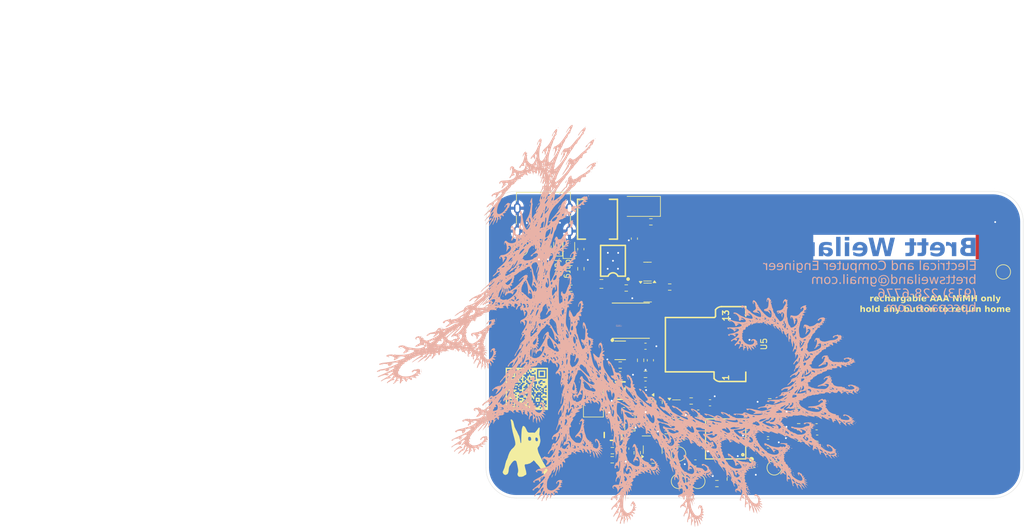
<source format=kicad_pcb>
(kicad_pcb (version 20241229) (generator "pcbnew") (generator_version "9.0")
  (layers (0 "F.Cu" signal) (2 "B.Cu" signal) (13 "F.Paste" user) (15 "B.Paste" user) (5 "F.SilkS" user "F.Silkscreen") (7 "B.SilkS" user "B.Silkscreen") (1 "F.Mask" user) (3 "B.Mask" user) (25 "Edge.Cuts" user))
  (net 0 "")
  (net 1 "GND")
  (net 2 "+3V0")
  (net 3 "Net-(U4-VBAT)")
  (net 4 "Net-(C13-Pad1)")
  (net 5 "Net-(C14-Pad1)")
  (net 6 "Net-(C15-Pad1)")
  (net 7 "Net-(C16-Pad1)")
  (net 8 "Net-(C17-Pad1)")
  (net 9 "Net-(C18-Pad1)")
  (net 10 "bat_3v")
  (net 11 "in_button_a")
  (net 12 "Net-(U4-BOOT0)")
  (net 13 "in_button_b")
  (net 14 "in_button_down")
  (net 15 "in_button_left")
  (net 16 "in_button_right")
  (net 17 "in_button_up")
  (net 18 "spi1_sck")
  (net 19 "Net-(J1-CC1)")
  (net 20 "spi1_mosi")
  (net 21 "bat output")
  (net 22 "Net-(J1-CC2)")
  (net 23 "power_info")
  (net 30 "Net-(Q1-G)")
  (net 31 "lcd_reset")
  (net 37 "Net-(U1-SW)")
  (net 43 "Net-(R10-Pad1)")
  (net 47 "spi1_miso")
  (net 51 "lcd_dataselect")
  (net 53 "lcd_cs")
  (net 57 "Net-(U4-NRST)")
  (net 58 "Net-(U4-PA14)")
  (net 59 "Net-(U4-PA13)")
  (net 60 "backlight_fet")
  (net 61 "Net-(U1-CT)")
  (net 62 "usb vbus")
  (net 63 "Net-(U7-CT)")
  (net 64 "Net-(U6-EN)")
  (net 65 "Net-(U3-VIN)")
  (net 66 "Net-(D1-A)")
  (net 67 "Net-(D2-K)")
  (net 68 "Net-(D3-K)")
  (net 69 "Net-(U6-SW)")
  (net 70 "Net-(Q1-D)")
  (net 71 "Net-(U1-~{DONE})")
  (net 72 "Net-(U1-~{CHRG})")
  (net 73 "Net-(U6-FB)")
  (net 74 "Net-(U9-FB)")
  (net 77 "Net-(U2-VOUT)")
  (net 79 "Net-(Q2-G)")
  (net 80 "Net-(Q3-D)")
  (net 81 "Net-(Q3-G)")
  (net 82 "Net-(D1-K)")
  (net 83 "Net-(D4-K)")
  (net 84 "Net-(D5-K)")
  (net 85 "Net-(Q2-S)")
  (footprint "LOGO" (layer "F.Cu") (at 139.330529 124.060137)
    (property "Reference" "G***" (hide yes))
    (property "Value" "LOGO")
  )
  (footprint "LOGO" (layer "F.Cu") (at 139.323566 114.247871)
    (property "Reference" "G***" (hide yes))
    (property "Value" "LOGO")
  )
  (footprint "Capacitor_SMD:C_0603_1608Metric" (layer "F.Cu") (at 187.369442 122.41021)
    (property "Reference" "C14" (hide yes))
    (property "Value" "2.2uF")
  )
  (footprint "Capacitor_SMD:C_0603_1608Metric" (layer "F.Cu") (at 167.683966 118.260712 180)
    (property "Reference" "C4" (hide yes))
    (property "Value" "100nF")
  )
  (footprint "Capacitor_SMD:C_0603_1608Metric" (layer "F.Cu") (at 158.96318 107.195974)
    (property "Reference" "C25" (hide yes))
    (property "Value" "10uF")
  )
  (footprint "indigos_imports:SW-SMD_4P-L6.0-W6.0-P4.50-LS8.6" (layer "F.Cu") (at 206.951133 106.915534)
    (property "Reference" "b_up1" (hide yes))
    (property "Value" "TSD003A04126A02")
  )
  (footprint "Capacitor_SMD:C_0603_1608Metric" (layer "F.Cu") (at 187.273159 120.535261)
    (property "Reference" "C16" (hide yes))
    (property "Value" "2.2uF")
  )
  (footprint "Package_TO_SOT_SMD:SOT-23" (layer "F.Cu") (at 164.07862 117.636961)
    (property "Reference" "Q1" (hide yes))
    (property "Value" "AO3400A")
  )
  (footprint "Capacitor_SMD:C_0603_1608Metric" (layer "F.Cu") (at 159.771321 109.516969 -90)
    (property "Reference" "C22" (hide yes))
    (property "Value" "10uF")
  )
  (footprint "indigos_imports:IND-SMD_L5.8-W5.2" (layer "F.Cu") (at 156.594572 102.96059)
    (property "Reference" "L2" (hide yes))
    (property "Value" "4.7uH")
  )
  (footprint "Resistor_SMD:R_0603_1608Metric" (layer "F.Cu") (at 148.272523 94.368316 -90)
    (property "Reference" "R14" (hide yes))
    (property "Value" "1k")
  )
  (footprint "Resistor_SMD:R_0603_1608Metric" (layer "F.Cu") (at 161.212267 116.458573 90)
    (property "Reference" "R24" (hide yes))
    (property "Value" "0")
  )
  (footprint "Capacitor_SMD:C_0603_1608Metric" (layer "F.Cu") (at 148.265612 91.113172 -90)
    (property "Reference" "C9" (hide yes))
    (property "Value" "22uF")
  )
  (footprint "Resistor_SMD:R_0603_1608Metric" (layer "F.Cu") (at 160.216538 127.09679 180)
    (property "Reference" "R21" (hide yes))
    (property "Value" "10k")
  )
  (footprint "indigos_imports:IND-SMD_L7.2-W6.6_GPSR07X0" (layer "F.Cu") (at 151.018909 86.157494 90)
    (property "Reference" "L1" (hide yes))
    (property "Value" "15uH")
  )
  (footprint "TestPoint:TestPoint_Pad_D2.0mm" (layer "F.Cu") (at 164.428408 125.040799)
    (property "Reference" "SWDIO1" (hide yes))
    (property "Value" "SWDIO")
  )
  (footprint "TestPoint:TestPoint_Pad_D2.0mm" (layer "F.Cu") (at 164.428408 129.563379)
    (property "Reference" "TP3" (hide yes))
    (property "Value" "tp_3v")
  )
  (footprint "Capacitor_SMD:C_0805_2012Metric" (layer "F.Cu") (at 151.668124 96.870191)
    (property "Reference" "C7" (hide yes))
    (property "Value" "270nF")
  )
  (footprint "Resistor_SMD:R_0603_1608Metric" (layer "F.Cu") (at 175.199351 129.94045)
    (property "Reference" "R10" (hide yes))
    (property "Value" "0")
  )
  (footprint "Resistor_SMD:R_0603_1608Metric" (layer "F.Cu") (at 158.96318 111.847959)
    (property "Reference" "R17" (hide yes))
    (property "Value" "100k 1%")
  )
  (footprint "Capacitor_SMD:C_0603_1608Metric" (layer "F.Cu") (at 176.937472 126.786884)
    (property "Reference" "C12" (hide yes))
    (property "Value" "100nF")
  )
  (footprint "Diode_SMD:D_SOD-323" (layer "F.Cu") (at 156.386756 119.6205 90)
    (property "Reference" "D5" (hide yes))
    (property "Value" "1N4148")
  )
  (footprint "Diode_SMD:D_SMA" (layer "F.Cu") (at 150.343692 115.402201 90)
    (property "Reference" "D4" (hide yes))
    (property "Value" "D_Schottky")
  )
  (footprint "easyeda2kicad:OLED-SMD_ST7735S" (layer "F.Cu") (at 177.014466 106.835534 -90)
    (property "Reference" "U5")
    (property "Value" "N096-1608TBBIG11-H13")
  )
  (footprint "Capacitor_SMD:C_0603_1608Metric" (layer "F.Cu") (at 179.242267 124.57869)
    (property "Reference" "C11" (hide yes))
    (property "Value" ".1uF")
  )
  (footprint "Resistor_SMD:R_0603_1608Metric" (layer "F.Cu") (at 170.781612 129.942382 180)
    (property "Reference" "R11" (hide yes))
    (property "Value" "0")
  )
  (footprint "TestPoint:TestPoint_Pad_D2.0mm" (layer "F.Cu") (at 138.326311 91.051939)
    (property "Reference" "TP2" (hide yes))
    (property "Value" "tp_usb")
  )
  (footprint "Package_TO_SOT_SMD:SOT-363_SC-70-6" (layer "F.Cu") (at 159.105852 120.888248)
    (property "Reference" "U3" (hide yes))
    (property "Value" "LM66100DCK")
  )
  (footprint "Resistor_SMD:R_0603_1608Metric" (layer "F.Cu") (at 142.831133 90.805534 -90)
    (property "Reference" "R2" (hide yes))
    (property "Value" "5.1k")
  )
  (footprint "Resistor_SMD:R_0603_1608Metric" (layer "F.Cu") (at 155.776572 97.546454 180)
    (property "Reference" "R3" (hide yes))
    (property "Value" "1k")
  )
  (footprint "Resistor_SMD:R_0603_1608Metric" (layer "F.Cu") (at 146.594655 97.587083)
    (property "Reference" "R15" (hide yes))
    (property "Value" "1k")
  )
  (footprint "Capacitor_SMD:C_0603_1608Metric" (layer "F.Cu") (at 182.485179 116.39855)
    (property "Reference" "C13" (hide yes))
    (property "Value" "2.2uF")
  )
  (footprint "Capacitor_SMD:C_0603_1608Metric" (layer "F.Cu") (at 158.96318 113.473015)
    (property "Reference" "C10" (hide yes))
    (property "Value" "1uF")
  )
  (footprint "Resistor_SMD:R_0603_1608Metric" (layer "F.Cu") (at 159.85303 86.593369)
    (property "Reference" "R22" (hide yes))
    (property "Value" "0")
  )
  (footprint "Resistor_SMD:R_0603_1608Metric" (layer "F.Cu") (at 153.482133 124.486382 180)
    (property "Reference" "R18" (hide yes))
    (property "Value" "400k 1%")
  )
  (footprint "Resistor_SMD:R_0603_1608Metric" (layer "F.Cu") (at 158.15504 109.516969 -90)
    (property "Reference" "R16" (hide yes))
    (property "Value" "500k 1%")
  )
  (footprint "Capacitor_SMD:C_0603_1608Metric" (layer "F.Cu") (at 179.242267 121.65869 180)
    (property "Reference" "C8" (hide yes))
    (property "Value" "2.2uF")
  )
  (footprint "Resistor_SMD:R_0603_1608Metric" (layer "F.Cu") (at 184.313159 120.535261)
    (property "Reference" "R9" (hide yes))
    (property "Value" "1k")
  )
  (footprint "Resistor_SMD:R_0603_1608Metric" (layer "F.Cu") (at 162.384017 122.220255)
    (property "Reference" "R13" (hide yes))
    (property "Value" "1k")
  )
  (footprint "Capacitor_SMD:C_0603_1608Metric" (layer "F.Cu") (at 187.257004 118.016635)
    (property "Reference" "C15" (hide yes))
    (property "Value" "2.2uF")
  )
  (footprint "indigos_imports:BAT-SMD_BH-AAA-B5BA021" (layer "F.Cu") (at 188.957776 90.14015)
    (property "Reference" "BT1" (hide yes))
    (property "Value" "NiMH AAA cell")
  )
  (footprint "Package_TO_SOT_SMD:SOT-23" (layer "F.Cu") (at 160.158406 124.320845 90)
    (property "Reference" "Q2" (hide yes))
    (property "Value" "AO3400A")
  )
  (footprint "indigos_imports:SW-SMD_4P-L6.0-W6.0-P4.50-LS8.6" (layer "F.Cu") (at 214.951133 115.382201)
    (property "Reference" "b_left1" (hide yes))
    (property "Value" "TSD003A04126A02")
  )
  (footprint "Capacitor_SMD:C_0603_1608Metric" (layer "F.Cu") (at 179.242267 123.11869)
    (property "Reference" "C5" (hide yes))
    (property "Value" "100nF")
  )
  (footprint "indigos_imports:SW-SMD_4P-L6.0-W6.0-P4.50-LS8.6" (layer "F.Cu") (at 198.951133 115.382201)
    (property "Reference" "b_right1" (hide yes))
    (property "Value" "TSD003A04126A02")
  )
  (footprint "Resistor_SMD:R_0603_1608Metric" (layer "F.Cu") (at 162.514189 120.59644)
    (property "Reference" "R12" (hide yes))
    (property "Value" "1k")
  )
  (footprint "Capacitor_SMD:C_0603_1608Metric" (layer "F.Cu") (at 165.536789 120.488899)
    (property "Reference" "C17" (hide yes))
    (property "Value" "2.2uF")
  )
  (footprint "Resistor_SMD:R_0603_1608Metric" (layer "F.Cu") (at 184.409442 122.41021)
    (property "Reference" "R6" (hide yes))
    (property "Value" "1k")
  )
  (footprint "Capacitor_SMD:C_0603_1608Metric" (layer "F.Cu") (at 154.779818 111.915048)
    (property "Reference" "C19" (hide yes))
    (property "Value" "1nF")
  )
  (footprint "Package_TO_SOT_SMD:SOT-23" (layer "F.Cu") (at 159.316651 98.296136)
    (property "Reference" "Q3" (hide yes))
    (property "Value" "AO3400A")
  )
  (footprint "indigos_kicad_lib:SAMESKY_UJC-H-G-SMT-2-P6-TR" (layer "F.Cu") (at 142.074466 84.33 180)
    (property "Reference" "J1" (hide yes))
    (property "Value" "USB_C_Receptacle_PowerOnly_6P")
  )
  (footprint "LED_SMD:LED_0805_2012Metric" (layer "F.Cu") (at 146.287603 90.977781 90)
    (property "Reference" "D2" (hide yes))
    (property "Value" "purple")
  )
  (footprint "Resistor_SMD:R_0603_1608Metric" (layer "F.Cu") (at 184.297004 118.016635)
    (property "Reference" "R7" (hide yes))
    (property "Value" "1k")
  )
  (footprint "TestPoint:TestPoint_Pad_D2.0mm" (layer "F.Cu") (at 180.271664 127.32707)
    (property "Reference" "tst_nrst1" (hide yes))
    (property "Value" "tst_nrst")
  )
  (footprint "indigos_imports:SOT-23-6_L2.9-W1.6-P0.95-LS2.8-BL" (layer "F.Cu") (at 154.779818 107.869279 -90)
    (property "Reference" "U6" (hide yes))
    (property "Value" "TLV61220DBVR-TP")
  )
  (footprint "TestPoint:TestPoint_Pad_D2.0mm" (layer "F.Cu") (at 218.169305 94.883903)
    (property "Reference" "TestPoint_gnd1" (hide yes))
    (property "Value" "tp_gnd")
  )
  (footprint "Capacitor_SMD:C_0603_1608Metric" (layer "F.Cu") (at 169.639228 116.560375)
    (property "Reference" "C2" (hide yes))
    (property "Value" "10uF")
  )
  (footprint "Package_TO_SOT_SMD:SOT-23" (layer "F.Cu") (at 159.291735 94.831538 180)
    (property "Reference" "Q4" (hide yes))
    (property "Value" "AO3401A")
  )
  (footprint "Resistor_SMD:R_0603_1608Metric" (layer "F.Cu") (at 162.97167 97.394465 180)
    (property "Reference" "R25" (hide yes))
    (property "Value" "10k")
  )
  (footprint "Capacitor_SMD:C_0603_1608Metric" (layer "F.Cu") (at 165.344017 122.220255)
    (property "Reference" "C18" (hide yes))
    (property "Value" "2.2uF")
  )
  (footprint "easyeda2kicad:LQFP-48_L7.0-W7.0-P0.50-LS9.0-BL" (layer "F.Cu") (at 172.241495 122.541194 90)
    (property "Reference" "U4" (hide yes))
    (property "Value" "STM32F103C8T6")
  )
  (footprint "Capacitor_SMD:C_0603_1608Metric" (layer "F.Cu") (at 155.382149 116.82816)
    (property "Reference" "C20" (hide yes))
    (property "Value" "1uF")
  )
  (footprint "Resistor_SMD:R_0603_1608Metric" (layer "F.Cu") (at 158.992759 118.711221)
    (property "Reference" "R4" (hide yes))
    (property "Value" "10k")
  )
  (footprint "indigos_imports:SW-SMD_4P-L6.0-W6.0-P4.50-LS8.6" (layer "F.Cu") (at 148.607799 123.848868 90)
    (property "Reference" "b_b1" (hide yes))
    (property "Value" "TSD003A04126A02")
  )
  (footprint "indigos_imports:SW-SMD_4P-L6.0-W6.0-P4.50-LS8.6" (layer "F.Cu") (at 206.951133 123.848868 180)
    (property "Reference" "b_down1" (hide yes))
    (property "Value" "TSD003A04126A02")
  )
  (footprint "LED_SMD:LED_0603_1608Metric" (layer "F.Cu") (at 144.507305 90.773635 90)
    (property "Reference" "D3" (hide yes))
    (property "Value" "amber")
  )
  (footprint "Resistor_SMD:R_0603_1608Metric" (layer "F.Cu") (at 154.779818 110.310463)
    (property "Reference" "R20" (hide yes))
    (property "Value" "10k")
  )
  (footprint "indigos_imports:SOT-23-5_L2.9-W1.6-P0.95-LS2.8-BR" (layer "F.Cu") (at 153.526567 121.894558 90)
    (property "Reference" "U9" (hide yes))
    (property "Value" "CJ6300BM")
  )
  (footprint "indigos_imports:ESOP-8_L4.9-W3.9-P1.27-LS6.0-BL-EP" (layer "F.Cu") (at 153.583169 93.042776 90)
    (property "Reference" "U1" (hide yes))
    (property "Value" "CN3600")
  )
  (footprint "Resistor_SMD:R_0603_1608Metric" (layer "F.Cu") (at 166.520504 116.264585 180)
    (property "Reference" "R26" (hide yes))
    (property "Value" "1k")
  )
  (footprint "Capacitor_SMD:C_0603_1608Metric" (layer "F.Cu") (at 157.124998 89.369361 -90)
    (property "Reference" "C1" (hide yes))
    (property "Value" "22uF")
  )
  (footprint "Resistor_SMD:R_0603_1608Metric" (layer "F.Cu") (at 179.525179 116.39855)
    (property "Reference" "R5" (hide yes))
    (property "Value" "1k")
  )
  (footprint "Resistor_SMD:R_0603_1608Metric" (layer "F.Cu") (at 157.597011 124.839185 -90)
    (property "Reference" "R23" (hide yes))
    (property "Value" "1k")
  )
  (footprint "Package_TO_SOT_SMD:SOT-363_SC-70-6" (layer "F.Cu") (at 158.92568 116.326388 -90)
    (property "Reference" "U2" (hide yes))
    (property "Value" "LM66100DCK")
  )
  (footprint "Diode_SMD:D_SMA" (layer "F.Cu") (at 157.92158 84.03631 180)
    (property "Reference" "D1" (hide yes))
    (property "Value" "D_Schottky")
  )
  (footprint "TestPoint:TestPoint_Pad_D2.0mm" (layer "F.Cu") (at 167.611415 129.563379)
    (property "Reference" "SWCLK1" (hide yes))
    (property "Value" "SWCLK")
  )
  (footprint "Resistor_SMD:R_0603_1608Metric" (layer "F.Cu") (at 172.991495 129.189551 -90)
    (property "Reference" "R8" (hide yes))
    (property "Value" "10k")
  )
  (footprint "Capacitor_SMD:C_0603_1608Metric" (layer "F.Cu") (at 175.199341 128.485724)
    (property "Reference" "C6" (hide yes))
    (property "Value" "100nF")
  )
  (footprint "Capacitor_SMD:C_0603_1608Metric" (layer "F.Cu") (at 155.695101 124.148307 -90)
    (property "Reference" "C24" (hide yes))
    (property "Value" "1uF")
  )
  (footprint "Capacitor_SMD:C_0603_1608Metric" (layer "F.Cu") (at 153.906287 119.188736 180)
    (property "Reference" "C21" (hide yes))
    (property "Value" "1uF")
  )
  (footprint "indigos_imports:SW-SMD_4P-L6.0-W6.0-P4.50-LS8.6" (layer "F.Cu") (at 148.607799 106.915534 90)
    (property "Reference" "b_a1" (hide yes))
    (property "Value" "TSD003A04126A02")
  )
  (footprint "Capacitor_SMD:C_0603_1608Metric" (layer "F.Cu") (at 167.216495 126.525753 180)
    (property "Reference" "C3" (hide yes))
    (property "Value" "100nF")
  )
  (footprint "Resistor_SMD:R_0603_1608Metric" (layer "F.Cu") (at 153.45425 125.997645)
    (property "Reference" "R19" (hide yes))
    (property "Value" "100k 1%")
  )
  (footprint "indigos_imports:SSOP-5_L2.9-W1.6-P0.95-LS2.8-TL" (layer "F.Cu") (at 154.779818 114.539341)
    (property "Reference" "U7" (hide yes))
    (property "Value" "BU4210G-TR")
  )
  (footprint "Resistor_SMD:R_0603_1608Metric" (layer "F.Cu") (at 141.331133 90.805534 -90)
    (property "Reference" "R1" (hide yes))
    (property "Value" "5.1k")
  )
  (footprint "LOGO" (layer "B.Cu") (at 154.509245 103.675705 180)
    (property "Reference" "G***" (hide yes))
    (property "Value" "LOGO")
  )
  (gr_line (start 137.564466 132.335534) (end 216.464466 132.335534) (stroke (width 0.05)) (layer "Edge.Cuts"))
  (gr_arc (start 137.564466 132.335534) (mid 134.028942 130.871058) (end 132.564466 127.335534) (stroke (width 0.05)) (layer "Edge.Cuts"))
  (gr_line (start 132.564466 86.535534) (end 132.564466 127.335534) (stroke (width 0.05)) (layer "Edge.Cuts"))
  (gr_arc (start 216.464466 81.535534) (mid 220.00001 82.99999) (end 221.464466 86.535534) (stroke (width 0.05)) (layer "Edge.Cuts"))
  (gr_line (start 221.464466 127.335534) (end 221.464466 86.535534) (stroke (width 0.05)) (layer "Edge.Cuts"))
  (gr_line (start 216.464466 81.535534) (end 137.564466 81.535534) (stroke (width 0.05)) (layer "Edge.Cuts"))
  (gr_arc (start 132.564466 86.535534) (mid 134.028918 82.999966) (end 137.564466 81.535534) (stroke (width 0.05)) (layer "Edge.Cuts"))
  (gr_arc (start 221.464466 127.335534) (mid 219.999986 130.871034) (end 216.464466 132.335534) (stroke (width 0.05)) (layer "Edge.Cuts"))
  (gr_text "Brett Weiland" (at 213.949245 89.270705 -0) (layer "B.Cu") (effects (font (size 3 3) (thickness 0.2) (bold yes)) (justify left top mirror)))
  (gr_text "chrg" (at 146.287603 92.657781 270) (layer "F.SilkS") (effects (font (size 1 1) (thickness 0.125)) (justify left)))
  (gr_text "hold any button to return home" (at 206.901179 101.684121 0) (layer "F.SilkS") (effects (font (size 1 1) (thickness 0.25) (bold yes)) (justify bottom)))
  (gr_text "rechargable AAA NiMH only" (at 206.901179 99.92469 0) (layer "F.SilkS") (effects (font (size 1 1) (thickness 0.25) (bold yes)) (justify bottom)))
  (gr_text "full" (at 144.437396 92.662781 270) (layer "F.SilkS") (effects (font (size 1 1) (thickness 0.125)) (justify left)))
  (gr_text "Electrical and Computer Engineer" (at 213.799245 93.070705 -0) (layer "B.SilkS") (effects (font (size 1.5 1.5)) (justify left top mirror)))
  (gr_text "brettsweiland@gmail.com" (at 213.739245 95.370705 -0) (layer "B.SilkS") (effects (font (size 1.5 1.5)) (justify left top mirror)))
  (gr_text "(913) 228-6776" (at 213.759245 97.670705 -0) (layer "B.SilkS") (effects (font (size 1.5 1.5)) (justify left top mirror)))
  (gr_text "bpcspace.com" (at 213.739245 99.970705 -0) (layer "B.SilkS") (effects (font (size 1.5 1.5)) (justify left top mirror)))
  (segment (start 216.827776 90.14015) (end 216.827776 93.542374) (width 1) (layer "F.Cu") (net 1))
  (segment (start 174.559466 102.635534) (end 172.960601 102.635534) (width 0.35) (layer "F.Cu") (net 1))
  (segment (start 166.238809 126.728439) (end 166.441495 126.525753) (width 0.25) (layer "F.Cu") (net 1))
  (segment (start 158.379151 99.246136) (end 156.779032 99.246136) (width 0.25) (layer "F.Cu") (net 1))
  (segment (start 155.695101 124.923307) (end 155.695101 126.294829) (width 0.5) (layer "F.Cu") (net 1))
  (segment (start 170.414228 115.484524) (end 170.414228 116.560375) (width 0.25) (layer "F.Cu") (net 1))
  (segment (start 180.017267 123.11869) (end 181.266139 123.11869) (width 0.25) (layer "F.Cu") (net 1))
  (segment (start 153.526567 120.794558) (end 153.526567 119.584016) (width 0.5) (layer "F.Cu") (net 1))
  (segment (start 165.634415 118.586961) (end 166.582717 118.586961) (width 0.25) (layer "F.Cu") (net 1))
  (segment (start 177.215329 128.485724) (end 175.974341 128.485724) (width 0.25) (layer "F.Cu") (net 1))
  (segment (start 180.017267 124.57869) (end 180.017267 123.11869) (width 0.25) (layer "F.Cu") (net 1))
  (segment (start 167.991495 124.791194) (end 167.197094 124.791194) (width 0.25) (layer "F.Cu") (net 1))
  (segment (start 159.063103 114.460088) (end 159.063103 114.148092) (width 0.35) (layer "F.Cu") (net 1))
  (segment (start 139.324466 88.21) (end 139.324466 86.798762) (width 0.5) (layer "F.Cu") (net 1))
  (segment (start 152.877818 107.869279) (end 152.643818 108.103279) (width 0.5) (layer "F.Cu") (net 1))
  (segment (start 155.695101 124.923307) (end 155.353588 124.923307) (width 0.5) (layer "F.Cu") (net 1))
  (segment (start 137.754466 88.13) (end 139.244466 88.13) (width 0.5) (layer "F.Cu") (net 1))
  (segment (start 159.771321 110.291969) (end 159.771321 111.8311) (width 0.25) (layer "F.Cu") (net 1))
  (segment (start 155.695101 126.294829) (end 155.690517 126.299413) (width 0.5) (layer "F.Cu") (net 1))
  (segment (start 153.526567 119.584016) (end 153.131287 119.188736) (width 0.5) (layer "F.Cu") (net 1))
  (segment (start 169.991495 118.291194) (end 169.991495 116.983108) (width 0.25) (layer "F.Cu") (net 1))
  (segment (start 161.559017 121.85447) (end 161.020748 121.316201) (width 0.25) (layer "F.Cu") (net 1))
  (segment (start 159.78818 111.847959) (end 159.72056 111.847959) (width 0.25) (layer "F.Cu") (net 1))
  (segment (start 161.755036 120.581913) (end 161.020748 121.316201) (width 0.25) (layer "F.Cu") (net 1))
  (segment (start 159.771321 110.30102) (end 158.972471 111.09987) (width 0.25) (layer "F.Cu") (net 1))
  (segment (start 165.465476 126.728439) (end 166.238809 126.728439) (width 0.25) (layer "F.Cu") (net 1))
  (segment (start 169.991495 116.983108) (end 170.414228 116.560375) (width 0.25) (layer "F.Cu") (net 1))
  (segment (start 152.643818 109.367036) (end 152.658799 109.382017) (width 0.5) (layer "F.Cu") (net 1))
  (segment (start 153.131287 119.188736) (end 153.131287 118.338409) (width 0.5) (layer "F.Cu") (net 1))
  (segment (start 152.618124 94.454828) (end 152.704834 94.368118) (width 0.25) (layer "F.Cu") (net 1))
  (segment (start 137.754466 84.33) (end 137.754466 88.13) (width 0.5) (layer "F.Cu") (net 1))
  (segment (start 153.131287 118.338409) (end 152.965298 118.17242) (width 0.5) (layer "F.Cu") (net 1))
  (segment (start 178.700179 116.39855) (end 177.51654 116.39855) (width 0.25) (layer "F.Cu") (net 1))
  (segment (start 158.92568 115.376388) (end 158.92568 114.597511) (width 0.35) (layer "F.Cu") (net 1))
  (segment (start 180.017267 123.11869) (end 180.017267 121.65869) (width 0.25) (layer "F.Cu") (net 1))
  (segment (start 159.771321 110.291969) (end 159.771321 110.30102) (width 0.25) (layer "F.Cu") (net 1))
  (segment (start 166.582717 118.586961) (end 166.908966 118.260712) (width 0.25) (layer "F.Cu") (net 1))
  (segment (start 161.559017 122.220255) (end 161.559017 121.85447) (width 0.25) (layer "F.Cu") (net 1))
  (segment (start 144.904466 88.13) (end 144.824466 88.21) (width 0.5) (layer "F.Cu") (net 1))
  (segment (start 139.244466 88.13) (end 139.324466 88.21) (width 0.5) (layer "F.Cu") (net 1))
  (segment (start 153.429818 115.489341) (end 153.429818 116.147165) (width 0.5) (layer "F.Cu") (net 1))
  (segment (start 216.827776 93.542374) (end 218.169305 94.883903) (width 1) (layer "F.Cu") (net 1))
  (segment (start 158.155852 120.888248) (end 157.559098 120.888248) (width 0.35) (layer "F.Cu") (net 1))
  (segment (start 161.755036 120.550263) (end 161.755036 120.581913) (width 0.25) (layer "F.Cu") (net 1))
  (segment (start 141.331133 91.630534) (end 141.331133 92.805534) (width 0.2) (layer "F.Cu") (net 1))
  (segment (start 166.441495 125.546793) (end 166.441495 126.525753) (width 0.25) (layer "F.Cu") (net 1))
  (segment (start 159.771321 111.8311) (end 159.78818 111.847959) (width 0.25) (layer "F.Cu") (net 1))
  (segment (start 152.618124 96.870191) (end 152.618124 94.454828) (width 0.25) (layer "F.Cu") (net 1))
  (segment (start 175.291795 121.791194) (end 175.096858 121.986131) (width 0.25) (layer "F.Cu") (net 1))
  (segment (start 153.629818 107.869279) (end 152.877818 107.869279) (width 0.5) (layer "F.Cu") (net 1))
  (segment (start 156.493169 93.682776) (end 155.087075 93.682776) (width 0.5) (layer "F.Cu") (net 1))
  (segment (start 144.824466 86.753985) (end 144.824466 88.21) (width 0.5) (layer "F.Cu") (net 1))
  (segment (start 174.491495 125.650356) (end 174.22917 125.388031) (width 0.25) (layer "F.Cu") (net 1))
  (segment (start 142.831133 91.630534) (end 142.831133 92.805534) (width 0.2) (layer "F.Cu") (net 1))
  (segment (start 156.493169 91.132776) (end 156.493169 90.77619) (width 0.5) (layer "F.Cu") (net 1))
  (segment (start 170.102016 128.697514) (end 170.102016 129.796978) (width 0.25) (layer "F.Cu") (net 1))
  (segment (start 183.488159 120.535261) (end 182.290644 120.535261) (width 0.25) (layer "F.Cu") (net 1))
  (segment (start 139.324466 86.798762) (end 139.328918 86.79431) (width 0.5) (layer "F.Cu") (net 1))
  (segment (start 174.491495 126.791194) (end 174.491495 125.650356) (width 0.25) (layer "F.Cu") (net 1))
  (segment (start 157.559098 120.888248) (end 157.34035 120.6695) (width 0.35) (layer "F.Cu") (net 1))
  (segment (start 159.78818 113.423015) (end 159.73818 113.473015) (width 0.25) (layer "F.Cu") (net 1))
  (segment (start 146.394466 88.13) (end 146.394466 84.33) (width 0.5) (layer "F.Cu") (net 1))
  (segment (start 176.491495 121.791194) (end 175.291795 121.791194) (width 0.25) (layer "F.Cu") (net 1))
  (segment (start 156.493169 90.77619) (end 157.124998 90.144361) (width 0.5) (layer "F.Cu") (net 1))
  (segment (start 152.643818 108.103279) (end 152.643818 109.367036) (width 0.5) (layer "F.Cu") (net 1))
  (segment (start 159.597187 118.711221) (end 158.991448 118.105482) (width 0.25) (layer "F.Cu") (net 1))
  (segment (start 155.353588 124.923307) (end 154.27925 125.997645) (width 0.5) (layer "F.Cu") (net 1))
  (segment (start 156.196469 89.651848) (end 156.632485 89.651848) (width 0.5) (layer "F.Cu") (net 1))
  (segment (start 153.429818 116.147165) (end 153.357396 116.219587) (width 0.5) (layer "F.Cu") (net 1))
  (segment (start 156.632485 89.651848) (end 157.124998 90.144361) (width 0.5) (layer "F.Cu") (net 1))
  (segment (start 163.14112 118.586961) (end 165.634415 118.586961) (width 0.25) (layer "F.Cu") (net 1))
  (segment (start 154.607149 116.82816) (end 154.607149 116.666672) (width 0.25) (layer "F.Cu") (net 1))
  (segment (start 155.554818 111.915048) (end 156.894461 111.915048) (width 0.5) (layer "F.Cu") (net 1))
  (segment (start 144.821338 86.750857) (end 144.824466 86.753985) (width 0.5) (layer "F.Cu") (net 1))
  (segment (start 159.817759 118.711221) (end 159.597187 118.711221) (width 0.25) (layer "F.Cu") (net 1))
  (segment (start 159.73818 107.195974) (end 160.764492 107.195974) (width 0.5) (layer "F.Cu") (net 1))
  (segment (start 146.394466 84.33) (end 137.754466 84.33) (width 0.5) (layer "F.Cu") (net 1))
  (segment (start 216.827776 90.14015) (end 216.827776 86.625361) (width 1) (layer "F.Cu") (net 1))
  (segment (start 159.063103 114.148092) (end 159.73818 113.473015) (width 0.35) (layer "F.Cu") (net 1))
  (segment (start 155.087075 93.682776) (end 154.408893 94.360958) (width 0.5) (layer "F.Cu") (net 1))
  (segment (start 170.102016 129.796978) (end 169.956612 129.942382) (width 0.25) (layer "F.Cu") (net 1))
  (segment (start 183.584442 122.41021) (end 182.194361 122.41021) (width 0.25) (layer "F.Cu") (net 1))
  (segment (start 156.487894 127.09679) (end 155.690517 126.299413) (width 0.25) (layer "F.Cu") (net 1))
  (segment (start 148.265612 91.888172) (end 148.415016 91.888172) (width 0.25) (layer "F.Cu") (net 1))
  (segment (start 167.197094 124.791194) (end 166.441495 125.546793) (width 0.25) (layer "F.Cu") (net 1))
  (segment (start 159.78818 111.847959) (end 159.746426 111.847959) (width 0.35) (layer "F.Cu") (net 1))
  (segment (start 169.105132 124.791194) (end 169.308377 124.587949) (width 0.25) (layer "F.Cu") (net 1))
  (segment (start 172.960601 102.635534) (end 172.947746 102.648389) (width 0.35) (layer "F.Cu") (net 1))
  (segment (start 154.607149 116.666672) (end 153.429818 115.489341) (width 0.25) (layer "F.Cu") (net 1))
  (segment (start 146.394466 88.13) (end 144.904466 88.13) (width 0.5) (layer "F.Cu") (net 1))
  (segment (start 158.92568 114.597511) (end 159.063103 114.460088) (width 0.35) (layer "F.Cu") (net 1))
  (segment (start 159.391538 127.09679) (end 156.487894 127.09679) (width 0.25) (layer "F.Cu") (net 1))
  (segment (start 159.78818 111.847959) (end 159.78818 113.423015) (width 0.25) (layer "F.Cu") (net 1))
  (segment (start 167.991495 124.791194) (end 169.105132 124.791194) (width 0.25) (layer "F.Cu") (net 1))
  (segment (start 159.72056 111.847959) (end 158.972471 111.09987) (width 0.25) (layer "F.Cu") (net 1))
  (segment (start 174.559466 106.135534) (end 176.171148 106.135534) (width 0.35) (layer "F.Cu") (net 1))
  (segment (start 183.472004 118.016635) (end 182.306799 118.016635) (width 0.25) (layer "F.Cu") (net 1))
  (segment (start 148.415016 91.888172) (end 149.420397 92.893553) (width 0.25) (layer "F.Cu") (net 1))
  (via (at 152.733145 91.722173) (size 0.6) (drill 0.3) (layers "F.Cu" "B.Cu") (net 1))
  (via (at 165.465476 126.728439) (size 0.6) (drill 0.3) (layers "F.Cu" "B.Cu") (net 1))
  (via (at 159.063103 114.460088) (size 0.6) (drill 0.3) (layers "F.Cu" "B.Cu") (net 1))
  (via (at 175.096858 121.986131) (size 0.6) (drill 0.3) (layers "F.Cu" "B.Cu") (net 1))
  (via (at 169.308377 124.587949) (size 0.6) (drill 0.3) (layers "F.Cu" "B.Cu") (net 1))
  (via (at 156.894461 111.915048) (size 0.6) (drill 0.3) (layers "F.Cu" "B.Cu") (net 1))
  (via (at 177.51654 116.39855) (size 0.6) (drill 0.3) (layers "F.Cu" "B.Cu") (net 1))
  (via (at 153.583169 93.042776) (size 0.6) (drill 0.3) (layers "F.Cu" "B.Cu") (net 1))
  (via (at 182.290644 120.535261) (size 0.6) (drill 0.3) (layers "F.Cu" "B.Cu") (net 1))
  (via (at 160.764492 107.195974) (size 0.6) (drill 0.3) (layers "F.Cu" "B.Cu") (net 1))
  (via (at 155.690517 126.299413) (size 0.6) (drill 0.3) (layers "F.Cu" "B.Cu") (net 1))
  (via (at 152.704834 94.368118) (size 0.6) (drill 0.3) (layers "F.Cu" "B.Cu") (net 1))
  (via (at 170.102016 128.697514) (size 0.6) (drill 0.3) (layers "F.Cu" "B.Cu") (net 1))
  (via (at 142.831133 92.805534) (size 0.6) (drill 0.3) (layers "F.Cu" "B.Cu") (net 1))
  (via (at 182.194361 122.41021) (size 0.6) (drill 0.3) (layers "F.Cu" "B.Cu") (net 1))
  (via (at 176.171148 106.135534) (size 0.6) (drill 0.3) (layers "F.Cu" "B.Cu") (net 1))
  (via (at 152.965298 118.17242) (size 0.6) (drill 0.3) (layers "F.Cu" "B.Cu") (net 1))
  (via (at 182.306799 118.016635) (size 0.6) (drill 0.3) (layers "F.Cu" "B.Cu") (net 1))
  (via (at 156.196469 89.651848) (size 0.6) (drill 0.3) (layers "F.Cu" "B.Cu") (net 1))
  (via (at 157.34035 120.6695) (size 0.6) (drill 0.3) (layers "F.Cu" "B.Cu") (net 1))
  (via (at 158.991448 118.105482) (size 0.6) (drill 0.3) (layers "F.Cu" "B.Cu") (net 1))
  (via (at 144.821338 86.750857) (size 0.6) (drill 0.3) (layers "F.Cu" "B.Cu") (net 1))
  (via (at 154.44465 91.732484) (size 0.6) (drill 0.3) (layers "F.Cu" "B.Cu") (net 1))
  (via (at 156.779032 99.246136) (size 0.6) (drill 0.3) (layers "F.Cu" "B.Cu") (net 1))
  (via (at 153.357396 116.219587) (size 0.6) (drill 0.3) (layers "F.Cu" "B.Cu") (net 1))
  (via (at 141.331133 92.805534) (size 0.6) (drill 0.3) (layers "F.Cu" "B.Cu") (net 1))
  (via (at 152.658799 109.382017) (size 0.6) (drill 0.3) (layers "F.Cu" "B.Cu") (net 1))
  (via (at 174.22917 125.388031) (size 0.6) (drill 0.3) (layers "F.Cu" "B.Cu") (net 1))
  (via (at 172.947746 102.648389) (size 0.6) (drill 0.3) (layers "F.Cu" "B.Cu") (net 1))
  (via (at 216.827776 86.625361) (size 0.6) (drill 0.3) (layers "F.Cu" "B.Cu") (net 1))
  (via (at 158.972471 111.09987) (size 0.6) (drill 0.3) (layers "F.Cu" "B.Cu") (net 1))
  (via (at 165.634415 118.586961) (size 0.6) (drill 0.3) (layers "F.Cu" "B.Cu") (net 1))
  (via (at 149.420397 92.893553) (size 0.6) (drill 0.3) (layers "F.Cu" "B.Cu") (net 1))
  (via (at 161.020748 121.316201) (size 0.6) (drill 0.3) (layers "F.Cu" "B.Cu") (net 1))
  (via (at 139.328918 86.79431) (size 0.6) (drill 0.3) (layers "F.Cu" "B.Cu") (net 1))
  (via (at 181.015522 123.111621) (size 0.6) (drill 0.3) (layers "F.Cu" "B.Cu") (net 1))
  (via (at 177.215329 128.485724) (size 0.6) (drill 0.3) (layers "F.Cu" "B.Cu") (net 1))
  (via (at 170.414228 115.484524) (size 0.6) (drill 0.3) (layers "F.Cu" "B.Cu") (net 1))
  (via (at 154.408893 94.360958) (size 0.6) (drill 0.3) (layers "F.Cu" "B.Cu") (net 1))
  (segment (start 169.934377 124.847247) (end 169.934377 119.656308) (width 0.25) (layer "F.Cu") (net 2))
  (segment (start 172.625075 121.291194) (end 176.491495 121.291194) (width 0.25) (layer "F.Cu") (net 2))
  (segment (start 210.951133 113.132201) (end 218.951133 113.132201) (width 0.25) (layer "F.Cu") (net 2))
  (segment (start 146.357799 127.848868) (end 146.357799 119.848868) (width 0.35) (layer "F.Cu") (net 2))
  (segment (start 167.991495 125.291194) (end 169.49043 125.291194) (width 0.25) (layer "F.Cu") (net 2))
  (segment (start 169.491495 119.213427) (end 171.569262 121.291194) (width 0.25) (layer "F.Cu") (net 2))
  (segment (start 202.951133 104.665534) (end 174.629466 104.665534) (width 0.25) (layer "F.Cu") (net 2))
  (segment (start 174.629466 104.665534) (end 174.559466 104.735534) (width 0.25) (layer "F.Cu") (net 2))
  (segment (start 169.934377 119.656308) (end 169.491495 119.213427) (width 0.25) (layer "F.Cu") (net 2))
  (segment (start 220.177133 118.558201) (end 212.636466 126.098868) (width 0.25) (layer "F.Cu") (net 2))
  (segment (start 178.467267 123.11869) (end 178.467267 121.65869) (width 0.25) (layer "F.Cu") (net 2))
  (segment (start 174.559466 103.335534) (end 176.061466 103.335534) (width 0.5) (layer "F.Cu") (net 2))
  (segment (start 176.061466 104.735534) (end 174.559466 104.735534) (width 0.5) (layer "F.Cu") (net 2))
  (segment (start 178.099771 121.291194) (end 178.467267 121.65869) (width 0.25) (layer "F.Cu") (net 2))
  (segment (start 218.951133 113.132201) (end 220.177133 114.358201) (width 0.25) (layer "F.Cu") (net 2))
  (segment (start 169.491495 118.291194) (end 169.491495 117.187642) (width 0.25) (layer "F.Cu") (net 2))
  (segment (start 176.440902 104.356098) (end 176.061466 104.735534) (width 0.5) (layer "F.Cu") (net 2))
  (segment (start 169.491495 118.291194) (end 168.489448 118.291194) (width 0.25) (layer "F.Cu") (net 2))
  (segment (start 174.569625 128.485724) (end 176.024351 129.94045) (width 0.25) (layer "F.Cu") (net 2))
  (segment (start 167.991495 125.291194) (end 167.991495 126.525753) (width 0.25) (layer "F.Cu") (net 2))
  (segment (start 199.109551 129.94045) (end 176.024351 129.94045) (width 0.25) (layer "F.Cu") (net 2))
  (segment (start 212.177133 105.891534) (end 212.177133 111.906201) (width 0.25) (layer "F.Cu") (net 2))
  (segment (start 212.177133 111.906201) (end 210.951133 113.132201) (width 0.25) (layer "F.Cu") (net 2))
  (segment (start 146.357799 127.848868) (end 148.07231 129.563379) (width 0.25) (layer "F.Cu") (net 2))
  (segment (start 174.559466 103.335534) (end 173.082516 103.335534) (width 0.35) (layer "F.Cu") (net 2))
  (segment (start 194.951133 113.132201) (end 202.951133 113.132201) (width 0.25) (layer "F.Cu") (net 2))
  (segment (start 168.489448 118.291194) (end 168.458966 118.260712) (width 0.25) (layer "F.Cu") (net 2))
  (segment (start 212.636466 126.098868) (end 210.951133 126.098868) (width 0.25) (layer "F.Cu") (net 2))
  (segment (start 176.061466 103.335534) (end 176.440902 103.71497) (width 0.5) (layer "F.Cu") (net 2))
  (segment (start 202.951133 126.098868) (end 199.109551 129.94045) (width 0.25) (layer "F.Cu") (net 2))
  (segment (start 174.991495 126.791194) (end 174.991495 123.657614) (width 0.25) (layer "F.Cu") (net 2))
  (segment (start 210.951133 104.665534) (end 212.177133 105.891534) (width 0.25) (layer "F.Cu") (net 2))
  (segment (start 167.991495 126.525753) (end 164.953869 129.563379) (width 0.5) (layer "F.Cu") (net 2))
  (segment (start 202.951133 104.665534) (end 210.951133 104.665534) (width 0.25) (layer "F.Cu") (net 2))
  (segment (start 174.991495 123.657614) (end 172.625075 121.291194) (width 0.25) (layer "F.Cu") (net 2))
  (segment (start 146.357799 102.915534) (end 146.357799 110.915534) (width 0.35) (layer "F.Cu") (net 2))
  (segment (start 174.424341 128.485724) (end 174.991495 127.91857) (width 0.25) (layer "F.Cu") (net 2))
  (segment (start 161.212267 115.205783) (end 161.212267 115.633573) (width 0.35) (layer "F.Cu") (net 2))
  (segment (start 174.424341 128.485724) (end 174.569625 128.485724) (width 0.25) (layer "F.Cu") (net 2))
  (segment (start 176.440902 103.71497) (end 176.440902 104.356098) (width 0.5) (layer "F.Cu") (net 2))
  (segment (start 173.082516 103.335534) (end 161.212267 115.205783) (width 0.35) (layer "F.Cu") (net 2))
  (segment (start 202.951133 113.132201) (end 210.951133 113.132201) (width 0.25) (layer "F.Cu") (net 2))
  (segment (start 169.491495 117.187642) (end 168.864228 116.560375) (width 0.25) (layer "F.Cu") (net 2))
  (segment (start 146.357799 110.915534) (end 146.357799 119.848868) (width 0.35) (layer "F.Cu") (net 2))
  (segment (start 171.569262 121.291194) (end 172.625075 121.291194) (width 0.25) (layer "F.Cu") (net 2))
  (segment (start 176.158162 126.791194) (end 176.162472 126.786884) (width 0.25) (layer "F.Cu") (net 2))
  (segment (start 176.341495 121.291194) (end 178.099771 121.291194) (width 0.25) (layer "F.Cu") (net 2))
  (segment (start 174.991495 126.791194) (end 176.158162 126.791194) (width 0.25) (layer "F.Cu") (net 2))
  (segment (start 220.177133 114.358201) (end 220.177133 118.558201) (width 0.25) (layer "F.Cu") (net 2))
  (segment (start 169.491495 118.291194) (end 169.491495 119.213427) (width 0.25) (layer "F.Cu") (net 2))
  (segment (start 169.49043 125.291194) (end 169.934377 124.847247) (width 0.25) (layer "F.Cu") (net 2))
  (segment (start 174.991495 127.91857) (end 174.991495 126.791194) (width 0.25) (layer "F.Cu") (net 2))
  (segment (start 148.07231 129.563379) (end 164.428408 129.563379) (width 0.25) (layer "F.Cu") (net 2))
  (segment (start 164.953869 129.563379) (end 164.428408 129.563379) (width 0.5) (layer "F.Cu") (net 2))
  (segment (start 202.951133 126.098868) (end 210.951133 126.098868) (width 0.25) (layer "F.Cu") (net 2))
  (segment (start 176.491495 125.291194) (end 176.491495 125.565907) (width 0.25) (layer "F.Cu") (net 3))
  (segment (start 176.491495 125.565907) (end 177.712472 126.786884) (width 0.25) (layer "F.Cu") (net 3))
  (segment (start 180.350179 116.39855) (end 181.710179 116.39855) (width 0.25) (layer "F.Cu") (net 4))
  (segment (start 185.234442 122.41021) (end 186.594442 122.41021) (width 0.25) (layer "F.Cu") (net 5))
  (segment (start 185.122004 118.016635) (end 186.482004 118.016635) (width 0.25) (layer "F.Cu") (net 6))
  (segment (start 185.138159 120.535261) (end 186.498159 120.535261) (width 0.25) (layer "F.Cu") (net 7))
  (segment (start 163.4664 120.488899) (end 163.405036 120.550263) (width 0.25) (layer "F.Cu") (net 8))
  (segment (start 163.44673 120.488899) (end 163.339189 120.59644) (width 0.25) (layer "F.Cu") (net 8))
  (segment (start 164.761789 120.488899) (end 163.44673 120.488899) (width 0.25) (layer "F.Cu") (net 8))
  (segment (start 163.209017 122.220255) (end 164.569017 122.220255) (width 0.25) (layer "F.Cu") (net 9))
  (segment (start 155.929818 107.869279) (end 157.33235 107.869279) (width 0.35) (layer "F.Cu") (net 10))
  (segment (start 158.15504 108.691969) (end 159.721321 108.691969) (width 0.35) (layer "F.Cu") (net 10))
  (segment (start 159.721321 108.691969) (end 159.771321 108.741969) (width 0.35) (layer "F.Cu") (net 10))
  (segment (start 158.594454 116.027388) (end 159.249679 116.027388) (width 0.25) (layer "F.Cu") (net 10))
  (segment (start 159.771321 108.741969) (end 160.697321 109.667969) (width 0.5) (layer "F.Cu") (net 10))
  (segment (start 160.697321 109.667969) (end 160.697321 114.254747) (width 0.5) (layer "F.Cu") (net 10))
  (segment (start 157.33235 107.869279) (end 158.15504 108.691969) (width 0.35) (layer "F.Cu") (net 10))
  (segment (start 159.57568 115.701387) (end 159.57568 115.376388) (width 0.25) (layer "F.Cu") (net 10))
  (segment (start 157.74968 116.872162) (end 158.594454 116.027388) (width 0.25) (layer "F.Cu") (net 10))
  (segment (start 156.386756 118.5705) (end 157.74968 117.207576) (width 0.25) (layer "F.Cu") (net 10))
  (segment (start 157.74968 117.207576) (end 157.74968 116.872162) (width 0.25) (layer "F.Cu") (net 10))
  (segment (start 160.697321 114.254747) (end 159.57568 115.376388) (width 0.5) (layer "F.Cu") (net 10))
  (segment (start 159.249679 116.027388) (end 159.57568 115.701387) (width 0.25) (layer "F.Cu") (net 10))
  (segment (start 166.311789 120.488899) (end 166.509494 120.291194) (width 0.25) (layer "F.Cu") (net 11))
  (segment (start 150.857799 110.915534) (end 150.358845 110.915534) (width 0.25) (layer "F.Cu") (net 11))
  (segment (start 162.285017 127.387537) (end 162.285017 121.919837) (width 0.25) (layer "F.Cu") (net 11))
  (segment (start 149.117692 123.710505) (end 149.240386 123.833198) (width 0.25) (layer "F.Cu") (net 11))
  (segment (start 162.789855 121.414999) (end 165.385689 121.414999) (width 0.25) (layer "F.Cu") (net 11))
  (segment (start 166.509494 120.291194) (end 168.141495 120.291194) (width 0.25) (layer "F.Cu") (net 11))
  (segment (start 150.358845 110.915534) (end 149.117692 112.156687) (width 0.25) (layer "F.Cu") (net 11))
  (segment (start 165.385689 121.414999) (end 166.311789 120.488899) (width 0.25) (layer "F.Cu") (net 11))
  (segment (start 153.423874 128.016687) (end 161.655867 128.016687) (width 0.25) (layer "F.Cu") (net 11))
  (segment (start 149.117692 123.710504) (end 149.240386 123.833198) (width 0.25) (layer "F.Cu") (net 11))
  (segment (start 162.285017 121.919837) (end 162.789855 121.414999) (width 0.25) (layer "F.Cu") (net 11))
  (segment (start 149.240386 123.833198) (end 153.423874 128.016687) (width 0.25) (layer "F.Cu") (net 11))
  (segment (start 149.117692 112.156687) (end 149.117692 123.710504) (width 0.25) (layer "F.Cu") (net 11))
  (segment (start 161.655867 128.016687) (end 162.285017 127.387537) (width 0.25) (layer "F.Cu") (net 11))
  (segment (start 172.991495 126.791194) (end 172.991495 128.364551) (width 0.25) (layer "F.Cu") (net 12))
  (segment (start 162.389993 129.06688) (end 162.851791 128.605082) (width 0.25) (layer "F.Cu") (net 13))
  (segment (start 164.315018 123.021255) (end 165.318017 123.021255) (width 0.25) (layer "F.Cu") (net 13))
  (segment (start 166.119017 121.955789) (end 167.283612 120.791194) (width 0.25) (layer "F.Cu") (net 13))
  (segment (start 165.318017 123.021255) (end 166.119017 122.220255) (width 0.25) (layer "F.Cu") (net 13))
  (segment (start 167.283612 120.791194) (end 168.141495 120.791194) (width 0.25) (layer "F.Cu") (net 13))
  (segment (start 166.119017 122.220255) (end 166.119017 121.955789) (width 0.25) (layer "F.Cu") (net 13))
  (segment (start 152.075811 129.06688) (end 162.389993 129.06688) (width 0.25) (layer "F.Cu") (net 13))
  (segment (start 150.857799 127.848868) (end 152.075811 129.06688) (width 0.25) (layer "F.Cu") (net 13))
  (segment (start 162.851791 128.605082) (end 162.851791 124.484482) (width 0.25) (layer "F.Cu") (net 13))
  (segment (start 162.851791 124.484482) (end 164.315018 123.021255) (width 0.25) (layer "F.Cu") (net 13))
  (segment (start 188.144442 122.41021) (end 202.139791 122.41021) (width 0.25) (layer "F.Cu") (net 14))
  (segment (start 180.410237 120.791194) (end 176.341495 120.791194) (width 0.25) (layer "F.Cu") (net 14))
  (segment (start 188.144442 122.41021) (end 187.343442 121.60921) (width 0.25) (layer "F.Cu") (net 14))
  (segment (start 202.139791 122.41021) (end 202.951133 121.598868) (width 0.25) (layer "F.Cu") (net 14))
  (segment (start 181.228253 121.60921) (end 180.410237 120.791194) (width 0.25) (layer "F.Cu") (net 14))
  (segment (start 210.951133 121.598868) (end 202.951133 121.598868) (width 0.25) (layer "F.Cu") (net 14))
  (segment (start 187.343442 121.60921) (end 181.228253 121.60921) (width 0.25) (layer "F.Cu") (net 14))
  (segment (start 177.315054 118.817635) (end 176.341495 119.791194) (width 0.25) (layer "F.Cu") (net 15))
  (segment (start 187.231004 118.817635) (end 177.315054 118.817635) (width 0.25) (layer "F.Cu") (net 15))
  (segment (start 193.725133 116.706201) (end 210.025133 116.706201) (width 0.25) (layer "F.Cu") (net 15))
  (segment (start 210.025133 116.706201) (end 210.951133 117.632201) (width 0.25) (layer "F.Cu") (net 15))
  (segment (start 188.032004 118.016635) (end 187.231004 118.817635) (width 0.25) (layer "F.Cu") (net 15))
  (segment (start 210.951133 117.632201) (end 218.951133 117.632201) (width 0.25) (layer "F.Cu") (net 15))
  (segment (start 193.725133 116.706201) (end 192.414699 118.016635) (width 0.25) (layer "F.Cu") (net 15))
  (segment (start 192.414699 118.016635) (end 188.032004 118.016635) (width 0.25) (layer "F.Cu") (net 15))
  (segment (start 192.048073 120.535261) (end 194.951133 117.632201) (width 0.25) (layer "F.Cu") (net 16))
  (segment (start 182.206346 119.734261) (end 187.247159 119.734261) (width 0.25) (layer "F.Cu") (net 16))
  (segment (start 176.341495 120.291194) (end 181.649413 120.291194) (width 0.25) (layer "F.Cu") (net 16))
  (segment (start 188.048159 120.535261) (end 192.048073 120.535261) (width 0.25) (layer "F.Cu") (net 16))
  (segment (start 194.951133 117.632201) (end 202.951133 117.632201) (width 0.25) (layer "F.Cu") (net 16))
  (segment (start 187.247159 119.734261) (end 188.048159 120.535261) (width 0.25) (layer "F.Cu") (net 16))
  (segment (start 181.649413 120.291194) (end 182.206346 119.734261) (width 0.25) (layer "F.Cu") (net 16))
  (segment (start 202.951133 109.165534) (end 196.7658 109.165534) (width 0.25) (layer "F.Cu") (net 17))
  (segment (start 189.532784 116.39855) (end 183.260179 116.39855) (width 0.25) (layer "F.Cu") (net 17))
  (segment (start 175.923154 117.359535) (end 182.299194 117.359535) (width 0.25) (layer "F.Cu") (net 17))
  (segment (start 196.7658 109.165534) (end 189.532784 116.39855) (width 0.25) (layer "F.Cu") (net 17))
  (segment (start 202.951133 109.165534) (end 210.951133 109.165534) (width 0.25) (layer "F.Cu") (net 17))
  (segment (start 182.299194 117.359535) (end 183.260179 116.39855) (width 0.25) (layer "F.Cu") (net 17))
  (segment (start 175.923154 117.359535) (end 174.991495 118.291194) (width 0.25) (layer "F.Cu") (net 17))
  (segment (start 173.991495 117.524242) (end 173.991495 118.291194) (width 0.25) (layer "F.Cu") (net 18))
  (segment (start 175.985466 109.109534) (end 175.811466 108.935534) (width 0.25) (layer "F.Cu") (net 18))
  (segment (start 173.991495 117.524242) (end 175.985466 115.530271) (width 0.25) (layer "F.Cu") (net 18))
  (segment (start 175.811466 108.935534) (end 174.559466 108.935534) (width 0.25) (layer "F.Cu") (net 18))
  (segment (start 175.985466 115.530271) (end 175.985466 109.109534) (width 0.25) (layer "F.Cu") (net 18))
  (segment (start 142.574466 88.21) (end 142.574466 89.723867) (width 0.35) (layer "F.Cu") (net 19))
  (segment (start 142.574466 89.723867) (end 142.831133 89.980534) (width 0.2) (layer "F.Cu") (net 19))
  (segment (start 174.559466 109.635534) (end 173.307466 109.635534) (width 0.25) (layer "F.Cu") (net 20))
  (segment (start 172.991495 109.951505) (end 172.991495 118.441194) (width 0.25) (layer "F.Cu") (net 20))
  (segment (start 173.307466 109.635534) (end 172.991495 109.951505) (width 0.25) (layer "F.Cu") (net 20))
  (segment (start 163.79667 92.849044) (end 163.79667 97.394465) (width 1) (layer "F.Cu") (net 21))
  (segment (start 163.79667 98.088492) (end 158.924572 102.96059) (width 1) (layer "F.Cu") (net 21))
  (segment (start 154.943818 107.153279) (end 154.943818 109.649463) (width 0.5) (layer "F.Cu") (net 21))
  (segment (start 159.92158 88.973954) (end 161.087776 90.14015) (width 1) (layer "F.Cu") (net 21))
  (segment (start 159.301011 88.353385) (end 161.087776 90.14015) (width 0.5) (layer "F.Cu") (net 21))
  (segment (start 161.087776 93.022997) (end 160.229235 93.881538) (width 0.5) (layer "F.Cu") (net 21))
  (segment (start 158.924572 102.96059) (end 158.924572 106.459582) (width 0.5) (layer "F.Cu") (net 21))
  (segment (start 160.67803 89.730404) (end 161.087776 90.14015) (width 0.5) (layer "F.Cu") (net 21))
  (segment (start 161.087776 90.14015) (end 163.79667 92.849044) (width 1) (layer "F.Cu") (net 21))
  (segment (start 153.429818 114.539341) (end 154.279818 114.539341) (width 0.25) (layer "F.Cu") (net 21))
  (segment (start 159.541987 88.594361) (end 161.087776 90.14015) (width 0.5) (layer "F.Cu") (net 21))
  (segment (start 163.79667 97.394465) (end 163.79667 98.088492) (width 1) (layer "F.Cu") (net 21))
  (segment (start 160.67803 86.593369) (end 160.67803 89.730404) (width 0.5) (layer "F.Cu") (net 21))
  (segment (start 156.157149 116.82816) (end 153.86833 114.539341) (width 0.25) (layer "F.Cu") (net 21))
  (segment (start 154.779818 114.039341) (end 154.779818 111.135463) (width 0.25) (layer "F.Cu") (net 21))
  (segment (start 158.924572 106.459582) (end 158.18818 107.195974) (width 0.5) (layer "F.Cu") (net 21))
  (segment (start 157.124998 88.594361) (end 159.541987 88.594361) (width 0.5) (layer "F.Cu") (net 21))
  (segment (start 155.177818 106.919279) (end 154.943818 107.153279) (width 0.5) (layer "F.Cu") (net 21))
  (segment (start 155.929818 106.919279) (end 155.177818 106.919279) (width 0.5) (layer "F.Cu") (net 21))
  (segment (start 155.929818 106.919279) (end 157.911485 106.919279) (width 0.5) (layer "F.Cu") (net 21))
  (segment (start 153.86833 114.539341) (end 153.429818 114.539341) (width 0.25) (layer "F.Cu") (net 21))
  (segment (start 154.279818 114.539341) (end 154.779818 114.039341) (width 0.25) (layer "F.Cu") (net 21))
  (segment (start 154.943818 109.649463) (end 155.604818 110.310463) (width 0.5) (layer "F.Cu") (net 21))
  (segment (start 154.779818 111.135463) (end 155.604818 110.310463) (width 0.25) (layer "F.Cu") (net 21))
  (segment (start 157.911485 106.919279) (end 158.18818 107.195974) (width 0.5) (layer "F.Cu") (net 21))
  (segment (start 161.087776 90.14015) (end 161.087776 93.022997) (width 0.5) (layer "F.Cu") (net 21))
  (segment (start 160.44875 89.501124) (end 161.087776 90.14015) (width 0.25) (layer "F.Cu") (net 21))
  (segment (start 141.574466 88.21) (end 141.574466 89.737201) (width 0.35) (layer "F.Cu") (net 22))
  (segment (start 141.574466 89.737201) (end 141.331133 89.980534) (width 0.2) (layer "F.Cu") (net 22))
  (segment (start 160.963189 120.488462) (end 160.963189 120.098022) (width 0.25) (layer "F.Cu") (net 23))
  (segment (start 160.963189 120.098022) (end 161.373312 119.687899) (width 0.25) (layer "F.Cu") (net 23))
  (segment (start 168.0382 119.687899) (end 168.141495 119.791194) (width 0.25) (layer "F.Cu") (net 23))
  (segment (start 161.373312 119.687899) (end 168.0382 119.687899) (width 0.25) (layer "F.Cu") (net 23))
  (segment (start 160.563403 120.888248) (end 160.963189 120.488462) (width 0.25) (layer "F.Cu") (net 23))
  (segment (start 160.055852 120.888248) (end 160.563403 120.888248) (width 0.25) (layer "F.Cu") (net 23))
  (segment (start 165.695504 116.264585) (end 163.563496 116.264585) (width 0.25) (layer "F.Cu") (net 30))
  (segment (start 163.563496 116.264585) (end 163.14112 116.686961) (width 0.25) (layer "F.Cu") (net 30))
  (segment (start 171.991495 118.291194) (end 171.991495 108.851505) (width 0.25) (layer "F.Cu") (net 31))
  (segment (start 171.991495 108.851505) (end 173.307466 107.535534) (width 0.25) (layer "F.Cu") (net 31))
  (segment (start 173.307466 107.535534) (end 174.559466 107.535534) (width 0.25) (layer "F.Cu") (net 31))
  (segment (start 150.673169 91.132776) (end 150.673169 89.353234) (width 0.5) (layer "F.Cu") (net 37))
  (segment (start 150.673169 89.069888) (end 150.889738 88.853319) (width 0.5) (layer "F.Cu") (net 37))
  (segment (start 150.673169 89.353234) (end 151.018909 89.007494) (width 0.5) (layer "F.Cu") (net 37))
  (segment (start 171.678781 130.014551) (end 171.606612 129.942382) (width 0.25) (layer "F.Cu") (net 43))
  (segment (start 174.30025 130.014551) (end 174.374351 129.94045) (width 0.25) (layer "F.Cu") (net 43))
  (segment (start 172.991495 130.014551) (end 171.678781 130.014551) (width 0.25) (layer "F.Cu") (net 43))
  (segment (start 172.991495 130.014551) (end 174.30025 130.014551) (width 0.25) (layer "F.Cu") (net 43))
  (segment (start 172.491495 118.291194) (end 172.491495 109.051505) (width 0.25) (layer "F.Cu") (net 51))
  (segment (start 172.491495 109.051505) (end 173.307466 108.235534) (width 0.25) (layer "F.Cu") (net 51))
  (segment (start 173.307466 108.235534) (end 174.559466 108.235534) (width 0.25) (layer "F.Cu") (net 51))
  (segment (start 173.307466 106.835534) (end 174.559466 106.835534) (width 0.25) (layer "F.Cu") (net 53))
  (segment (start 171.491495 118.291194) (end 171.491495 108.651505) (width 0.25) (layer "F.Cu") (net 53))
  (segment (start 171.491495 108.651505) (end 173.307466 106.835534) (width 0.25) (layer "F.Cu") (net 53))
  (segment (start 178.467267 125.522673) (end 180.271664 127.32707) (width 0.25) (layer "F.Cu") (net 57))
  (segment (start 177.671184 123.782607) (end 178.467267 124.57869) (width 0.25) (layer "F.Cu") (net 57))
  (segment (start 177.671184 122.470883) (end 177.671184 123.782607) (width 0.25) (layer "F.Cu") (net 57))
  (segment (start 177.491495 122.291194) (end 177.671184 122.470883) (width 0.25) (layer "F.Cu") (net 57))
  (segment (start 176.491495 122.291194) (end 177.491495 122.291194) (width 0.25) (layer "F.Cu") (net 57))
  (segment (start 178.467267 124.57869) (end 178.467267 125.522673) (width 0.25) (layer "F.Cu") (net 57))
  (segment (start 169.491495 126.641194) (end 169.491495 127.683299) (width 0.25) (layer "F.Cu") (net 58))
  (segment (start 169.491495 127.683299) (end 167.611415 129.563379) (width 0.25) (layer "F.Cu") (net 58))
  (segment (start 168.141495 124.291194) (end 165.178013 124.291194) (width 0.25) (layer "F.Cu") (net 59))
  (segment (start 165.178013 124.291194) (end 164.428408 125.040799) (width 0.25) (layer "F.Cu") (net 59))
  (segment (start 169.123062 121.224304) (end 169.123062 119.484171) (width 0.25) (layer "F.Cu") (net 60))
  (segment (start 167.9995 119.061712) (end 167.683966 118.746178) (width 0.25) (layer "F.Cu") (net 60))
  (segment (start 169.123062 119.484171) (end 168.700603 119.061712) (width 0.25) (layer "F.Cu") (net 60))
  (segment (start 168.700603 119.061712) (end 167.9995 119.061712) (width 0.25) (layer "F.Cu") (net 60))
  (segment (start 169.056172 121.291194) (end 169.123062 121.224304) (width 0.25) (layer "F.Cu") (net 60))
  (segment (start 167.683966 116.603047) (end 167.345504 116.264585) (width 0.25) (layer "F.Cu") (net 60))
  (segment (start 167.683966 118.746178) (end 167.683966 116.603047) (width 0.25) (layer "F.Cu") (net 60))
  (segment (start 168.141495 121.291194) (end 169.056172 121.291194) (width 0.25) (layer "F.Cu") (net 60))
  (segment (start 150.673169 94.952776) (end 150.673169 96.825236) (width 0.25) (layer "F.Cu") (net 61))
  (segment (start 150.673169 96.825236) (end 150.718124 96.870191) (width 0.25) (layer "F.Cu") (net 61))
  (segment (start 140.405133 89.74033) (end 140.405133 94.560868) (width 0.5) (layer "F.Cu") (net 62))
  (segment (start 143.594466 89.073296) (end 144.507305 89.986135) (width 0.5) (layer "F.Cu") (net 62))
  (segment (start 151.243692 113.402201) (end 151.908799 112.737094) (width 0.5) (layer "F.Cu") (net 62))
  (segment (start 140.405133 88.359333) (end 140.405133 89.74033) (width 0.5) (layer "F.Cu") (net 62))
  (segment (start 146.233457 89.986135) (end 146.287603 90.040281) (width 0.5) (layer "F.Cu") (net 62))
  (segment (start 143.594466 87.378) (end 143.594466 88.21) (width 0.5) (layer "F.Cu") (net 62))
  (segment (start 148.265612 90.338172) (end 150.330216 92.402776) (width 0.5) (layer "F.Cu") (net 62))
  (segment (start 146.287603 90.040281) (end 147.967721 90.040281) (width 0.5) (layer "F.Cu") (net 62))
  (segment (start 150.343692 113.402201) (end 151.243692 113.402201) (width 0.5) (layer "F.Cu") (net 62))
  (segment (start 144.507305 89.986135) (end 146.233457 89.986135) (width 0.5) (layer "F.Cu") (net 62))
  (segment (start 140.554466 88.21) (end 140.554466 87.378) (width 0.5) (layer "F.Cu") (net 62))
  (segment (start 154.681287 119.188736) (end 155.925523 117.9445) (width 0.25) (layer "F.Cu") (net 62))
  (segment (start 150.330216 92.402776) (end 150.673169 92.402776) (width 0.5) (layer "F.Cu") (net 62))
  (segment (start 157.29868 116.960588) (end 156.314768 117.9445) (width 0.25) (layer "F.Cu") (net 62))
  (segment (start 157.29868 116.353388) (end 157.29868 116.960588) (width 0.25) (layer "F.Cu") (net 62))
  (segment (start 143.594466 88.21) (end 143.594466 89.073296) (width 0.5) (layer "F.Cu") (net 62))
  (segment (start 157.63248 119.2465) (end 154.739051 119.2465) (width 0.35) (layer "F.Cu") (net 62))
  (segment (start 140.773466 87.159) (end 143.375466 87.159) (width 0.5) (layer "F.Cu") (net 62))
  (segment (start 155.925523 117.9445) (end 156.314768 117.9445) (width 0.25) (layer "F.Cu") (net 62))
  (segment (start 140.554466 87.378) (end 140.773466 87.159) (width 0.5) (layer "F.Cu") (net 62))
  (segment (start 150.343692 113.402201) (end 150.343692 114.652201) (width 0.25) (layer "F.Cu") (net 62))
  (segment (start 158.167759 118.711221) (end 158.931852 119.475314) (width 0.5) (layer "F.Cu") (net 62))
  (segment (start 154.739051 119.2465) (end 154.681287 119.188736) (width 0.35) (layer "F.Cu") (net 62))
  (segment (start 140.405133 94.560868) (end 144.663848 98.819583) (width 0.5) (layer "F.Cu") (net 62))
  (segment (start 158.167759 118.711221) (end 157.63248 119.2465) (width 0.35) (layer "F.Cu") (net 62))
  (segment (start 144.663848 98.869652) (end 144.663848 98.819583) (width 0.5) (layer "F.Cu") (net 62))
  (segment (start 151.908799 112.737094) (end 151.908799 106.114603) (width 0.5) (layer "F.Cu") (net 62))
  (segment (start 154.434022 119.1965) (end 154.371567 119.134045) (width 0.25) (layer "F.Cu") (net 62))
  (segment (start 138.326311 91.051939) (end 140.405133 93.130761) (width 0.5) (layer "F.Cu") (net 62))
  (segment (start 154.951572 97.546454) (end 153.678443 98.819583) (width 0.25) (layer "F.Cu") (net 62))
  (segment (start 150.343692 114.652201) (end 153.635991 117.9445) (width 0.25) (layer "F.Cu") (net 62))
  (segment (start 153.635991 117.9445) (end 156.314768 117.9445) (width 0.25) (layer "F.Cu") (net 62))
  (segment (start 140.405133 93.130761) (end 140.405133 94.560868) (width 0.5) (layer "F.Cu") (net 62))
  (segment (start 140.554466 88.21) (end 140.405133 88.359333) (width 0.5) (layer "F.Cu") (net 62))
  (segment (start 143.375466 87.159) (end 143.594466 87.378) (width 0.5) (layer "F.Cu") (net 62))
  (segment (start 140.554466 88.21) (end 140.480133 88.284333) (width 0.35) (layer "F.Cu") (net 62))
  (segment (start 158.931852 119.475314) (end 158.931852 122.679344) (width 0.5) (layer "F.Cu") (net 62))
  (segment (start 158.27568 115.376388) (end 157.29868 116.353388) (width 0.25) (layer "F.Cu") (net 62))
  (segment (start 153.678443 98.819583) (end 144.663848 98.819583) (width 0.25) (layer "F.Cu") (net 62))
  (segment (start 147.967721 90.040281) (end 148.265612 90.338172) (width 0.5) (layer "F.Cu") (net 62))
  (segment (start 158.931852 122.679344) (end 157.597011 124.014185) (width 0.5) (layer "F.Cu") (net 62))
  (segment (start 151.908799 106.114603) (end 144.663848 98.869652) (width 0.5) (layer "F.Cu") (net 62))
  (segment (start 156.129818 113.589341) (end 158.071854 113.589341) (width 0.5) (layer "F.Cu") (net 63))
  (segment (start 158.071854 113.589341) (end 158.18818 113.473015) (width 0.5) (layer "F.Cu") (net 63))
  (segment (start 153.954818 110.310463) (end 153.954818 111.865048) (width 0.5) (layer "F.Cu") (net 64))
  (segment (start 154.004818 111.915048) (end 154.004818 113.014341) (width 0.5) (layer "F.Cu") (net 64))
  (segment (start 154.004818 113.014341) (end 153.429818 113.589341) (width 0.5) (layer "F.Cu") (net 64))
  (segment (start 153.629818 108.819279) (end 153.629818 109.985463) (width 0.5) (layer "F.Cu") (net 64))
  (segment (start 153.954818 111.865048) (end 154.004818 111.915048) (width 0.5) (layer "F.Cu") (net 64))
  (segment (start 153.629818 109.985463) (end 153.954818 110.310463) (width 0.5) (layer "F.Cu") (net 64))
  (segment (start 157.837104 119.9195) (end 158.155852 120.238248) (width 0.5) (layer "F.Cu") (net 65))
  (segment (start 156.03773 119.9195) (end 157.837104 119.9195) (width 0.5) (layer "F.Cu") (net 65))
  (segment (start 154.307133 123.163992) (end 154.476567 122.994558) (width 0.5) (layer "F.Cu") (net 65))
  (segment (start 155.629778 120.327452) (end 156.03773 119.9195) (width 0.5) (layer "F.Cu") (net 65))
  (segment (start 154.476567 122.994558) (end 155.629778 121.841347) (width 0.5) (layer "F.Cu") (net 65))
  (segment (start 154.307133 124.486382) (end 154.307133 123.163992) (width 0.5) (layer "F.Cu") (net 65))
  (segment (start 155.629778 121.841347) (end 155.629778 120.327452) (width 0.5) (layer "F.Cu") (net 65))
  (segment (start 155.695101 123.373307) (end 154.855316 123.373307) (width 0.5) (layer "F.Cu") (net 65))
  (segment (start 154.855316 123.373307) (end 154.476567 122.994558) (width 0.5) (layer "F.Cu") (net 65))
  (segment (start 151.018909 83.307494) (end 155.192764 83.307494) (width 0.5) (layer "F.Cu") (net 66))
  (segment (start 155.192764 83.307494) (end 155.92158 84.03631) (width 0.5) (layer "F.Cu") (net 66))
  (segment (start 147.915638 93.543316) (end 148.272523 93.543316) (width 0.25) (layer "F.Cu") (net 67))
  (segment (start 146.287603 91.915281) (end 147.915638 93.543316) (width 0.25) (layer "F.Cu") (net 67))
  (segment (start 144.507305 91.561135) (end 144.507305 96.324733) (width 0.25) (layer "F.Cu") (net 68))
  (segment (start 144.507305 96.324733) (end 145.769655 97.587083) (width 0.25) (layer "F.Cu") (net 68))
  (segment (start 153.629818 103.595344) (end 154.264572 102.96059) (width 0.5) (layer "F.Cu") (net 69))
  (segment (start 153.629818 106.919279) (end 153.629818 103.595344) (width 0.5) (layer "F.Cu") (net 69))
  (segment (start 173.207466 104.035534) (end 174.559466 104.035534) (width 0.35) (layer "F.Cu") (net 70))
  (segment (start 165.618258 117.636961) (end 166.569504 116.685715) (width 0.35) (layer "F.Cu") (net 70))
  (segment (start 166.569504 116.685715) (end 166.569504 110.673496) (width 0.35) (layer "F.Cu") (net 70))
  (segment (start 165.01612 117.636961) (end 165.618258 117.636961) (width 0.35) (layer "F.Cu") (net 70))
  (segment (start 166.569504 110.673496) (end 173.207466 104.035534) (width 0.35) (layer "F.Cu") (net 70))
  (segment (start 148.272523 95.193316) (end 149.783063 93.682776) (width 0.25) (layer "F.Cu") (net 71))
  (segment (start 149.783063 93.682776) (end 150.673169 93.682776) (width 0.25) (layer "F.Cu") (net 71))
  (segment (start 147.419655 97.587083) (end 147.753763 97.921191) (width 0.25) (layer "F.Cu") (net 72))
  (segment (start 147.753763 97.921191) (end 153.126109 97.921191) (width 0.25) (layer "F.Cu") (net 72))
  (segment (start 153.126109 97.921191) (end 156.094524 94.952776) (width 0.25) (layer "F.Cu") (net 72))
  (segment (start 156.094524 94.952776) (end 156.493169 94.952776) (width 0.25) (layer "F.Cu") (net 72))
  (segment (start 158.13818 110.358829) (end 158.15504 110.341969) (width 0.5) (layer "F.Cu") (net 73))
  (segment (start 158.13818 111.847959) (end 158.13818 110.358829) (width 0.5) (layer "F.Cu") (net 73))
  (segment (start 158.15504 110.341969) (end 157.452508 110.341969) (width 0.5) (layer "F.Cu") (net 73))
  (segment (start 157.452508 110.341969) (end 155.929818 108.819279) (width 0.5) (layer "F.Cu") (net 73))
  (segment (start 152.576567 124.405816) (end 152.657133 124.486382) (width 0.5) (layer "F.Cu") (net 74))
  (segment (start 152.657133 125.969762) (end 152.62925 125.997645) (width 0.5) (layer "F.Cu") (net 74))
  (segment (start 152.576567 122.994558) (end 152.576567 124.405816) (width 0.5) (layer "F.Cu") (net 74))
  (segment (start 152.657133 124.486382) (end 152.657133 125.969762) (width 0.5) (layer "F.Cu") (net 74))
  (segment (start 159.57568 117.276388) (end 161.205082 117.276388) (width 0.5) (layer "F.Cu") (net 77))
  (segment (start 161.212267 118.757652) (end 160.055852 119.914067) (width 0.5) (layer "F.Cu") (net 77))
  (segment (start 160.055852 119.914067) (end 160.055852 120.238248) (width 0.5) (layer "F.Cu") (net 77))
  (segment (start 161.205082 117.276388) (end 161.212267 117.283573) (width 0.5) (layer "F.Cu") (net 77))
  (segment (start 161.212267 117.283573) (end 161.212267 118.757652) (width 0.5) (layer "F.Cu") (net 77))
  (segment (start 157.597011 125.664185) (end 158.802566 125.664185) (width 0.5) (layer "F.Cu") (net 79))
  (segment (start 158.802566 125.664185) (end 159.208406 125.258345) (width 0.5) (layer "F.Cu") (net 79))
  (segment (start 161.155822 97.394465) (end 160.254151 98.296136) (width 0.25) (layer "F.Cu") (net 80))
  (segment (start 161.842162 97.394465) (end 160.229235 95.781538) (width 0.25) (layer "F.Cu") (net 80))
  (segment (start 162.14667 97.394465) (end 161.842162 97.394465) (width 0.25) (layer "F.Cu") (net 80))
  (segment (start 162.14667 97.394465) (end 161.155822 97.394465) (width 0.25) (layer "F.Cu") (net 80))
  (segment (start 156.80189 97.346136) (end 156.601572 97.546454) (width 0.25) (layer "F.Cu") (net 81))
  (segment (start 158.379151 97.346136) (end 156.80189 97.346136) (width 0.25) (layer "F.Cu") (net 81))
  (segment (start 155.442169 88.31497) (end 155.442169 91.883776) (width 0.5) (layer "F.Cu") (net 82))
  (segment (start 156.807291 92.402776) (end 158.354235 93.94972) (width 0.5) (layer "F.Cu") (net 82))
  (segment (start 157.16377 86.593369) (end 155.442169 88.31497) (width 0.5) (layer "F.Cu") (net 82))
  (segment (start 159.92158 84.03631) (end 159.92158 85.699819) (width 0.5) (layer "F.Cu") (net 82))
  (segment (start 155.961169 92.402776) (end 156.493169 92.402776) (width 0.5) (layer "F.Cu") (net 82))
  (segment (start 159.02803 86.593369) (end 157.16377 86.593369) (width 0.5) (layer "F.Cu") (net 82))
  (segment (start 156.493169 92.402776) (end 156.807291 92.402776) (width 0.5) (layer "F.Cu") (net 82))
  (segment (start 159.92158 85.699819) (end 159.02803 86.593369) (width 0.5) (layer "F.Cu") (net 82))
  (segment (start 155.442169 91.883776) (end 155.961169 92.402776) (width 0.5) (layer "F.Cu") (net 82))
  (segment (start 158.354235 93.94972) (end 158.354235 94.831538) (width 0.5) (layer "F.Cu") (net 82))
  (segment (start 156.759835 92.402776) (end 156.493169 92.402776) (width 0.35) (layer "F.Cu") (net 82))
  (segment (start 152.212665 120.430656) (end 152.212665 118.371174) (width 0.5) (layer "F.Cu") (net 83))
  (segment (start 152.576567 120.794558) (end 152.212665 120.430656) (width 0.5) (layer "F.Cu") (net 83))
  (segment (start 154.476567 121.546558) (end 154.277567 121.745558) (width 0.5) (layer "F.Cu") (net 83))
  (segment (start 154.277567 121.745558) (end 153.254501 121.745558) (width 0.5) (layer "F.Cu") (net 83))
  (segment (start 153.254501 121.745558) (end 152.775567 121.745558) (width 0.5) (layer "F.Cu") (net 83))
  (segment (start 151.243692 117.402201) (end 150.343692 117.402201) (width 0.5) (layer "F.Cu") (net 83))
  (segment (start 152.576567 121.546558) (end 152.576567 120.794558) (width 0.5) (layer "F.Cu") (net 83))
  (segment (start 154.476567 120.794558) (end 154.476567 121.546558) (width 0.5) (layer "F.Cu") (net 83))
  (segment (start 152.212665 118.371174) (end 151.243692 117.402201) (width 0.5) (layer "F.Cu") (net 83))
  (segment (start 152.775567 121.745558) (end 152.576567 121.546558) (width 0.5) (layer "F.Cu") (net 83))
  (segment (start 157.077881 124.790185) (end 156.647745 124.360049) (width 0.35) (layer "F.Cu") (net 84))
  (segment (start 158.116141 124.790185) (end 157.077881 124.790185) (width 0.35) (layer "F.Cu") (net 84))
  (segment (start 156.647745 120.931489) (end 156.386756 120.6705) (width 0.35) (layer "F.Cu") (net 84))
  (segment (start 157.254504 121.538248) (end 156.386756 120.6705) (width 0.35) (layer "F.Cu") (net 84))
  (segment (start 160.158406 123.383345) (end 159.522981 123.383345) (width 0.35) (layer "F.Cu") (net 84))
  (segment (start 156.647745 124.360049) (end 156.647745 120.931489) (width 0.35) (layer "F.Cu") (net 84))
  (segment (start 158.155852 121.538248) (end 157.254504 121.538248) (width 0.35) (layer "F.Cu") (net 84))
  (segment (start 159.522981 123.383345) (end 158.116141 124.790185) (width 0.35) (layer "F.Cu") (net 84))
  (segment (start 161.108406 127.029922) (end 161.041538 127.09679) (width 0.25) (layer "F.Cu") (net 85))
  (segment (start 161.108406 125.258345) (end 161.108406 127.029922) (width 0.25) (layer "F.Cu") (net 85))
  (zone (net 1) (net_name "GND") (layer "B.Cu") (priority 1) (connect_pads (clearance 0.5)) (min_thickness 0.25) (fill yes (thermal_gap 0.5) (thermal_bridge_width 0.5) (island_removal_mode 1) (island_area_min 10))
    (polygon (pts (arc (start 216.4645 131.835453) (mid 219.646454 130.517459) (end 220.964453 127.3355)) (arc (start 220.964453 86.5355) (mid 219.646447 83.353553) (end 216.464503 82.035547)) (arc (start 137.564433 82.0355) (mid 134.382485 83.353506) (end 133.064479 86.535457)) (arc (start 133.064547 127.335507) (mid 134.382553 130.517448) (end 137.5645 131.835453))))
  )
)
</source>
